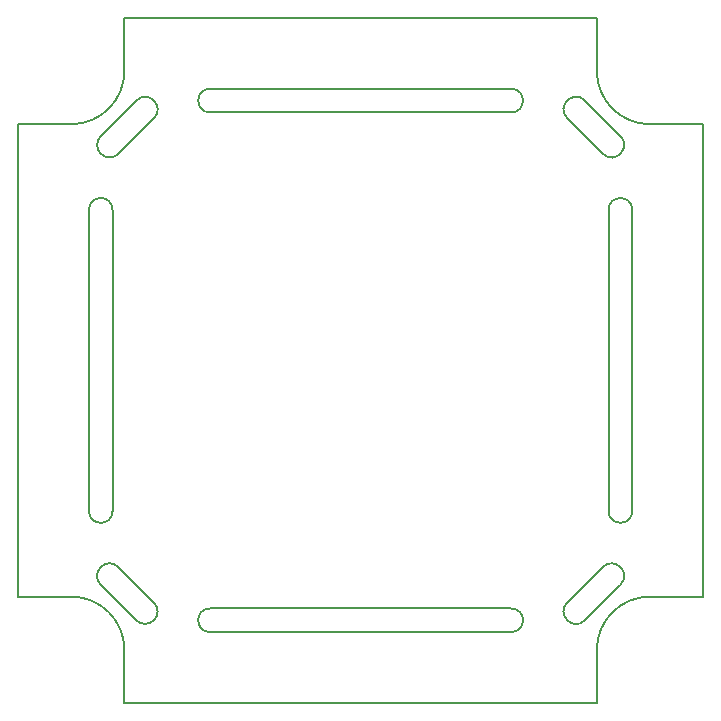
<source format=gm1>
G04 #@! TF.FileFunction,Profile,NP*
%FSLAX46Y46*%
G04 Gerber Fmt 4.6, Leading zero omitted, Abs format (unit mm)*
G04 Created by KiCad (PCBNEW 4.0.7) date Tue Jan 23 09:34:51 2018*
%MOMM*%
%LPD*%
G01*
G04 APERTURE LIST*
%ADD10C,0.100000*%
%ADD11C,0.150000*%
G04 APERTURE END LIST*
D10*
D11*
X8500000Y11500000D02*
G75*
G03X7000000Y10000000I-750000J-750000D01*
G01*
X10000000Y7000000D02*
G75*
G03X11500000Y8500000I750000J750000D01*
G01*
X10000000Y7000000D02*
X7000000Y10000000D01*
X8500000Y11500000D02*
X11500000Y8500000D01*
X48000000Y51000000D02*
G75*
G03X46500000Y49500000I-750000J-750000D01*
G01*
X49500000Y46500000D02*
G75*
G03X51000000Y48000000I750000J750000D01*
G01*
X49500000Y46500000D02*
X46500000Y49500000D01*
X48000000Y51000000D02*
X51000000Y48000000D01*
X11500000Y49500000D02*
G75*
G03X10000000Y51000000I-750000J750000D01*
G01*
X7000000Y48000000D02*
G75*
G03X8500000Y46500000I750000J-750000D01*
G01*
X7000000Y48000000D02*
X10000000Y51000000D01*
X11500000Y49500000D02*
X8500000Y46500000D01*
X51000000Y10000000D02*
G75*
G03X49500000Y11500000I-750000J750000D01*
G01*
X46500000Y8500000D02*
G75*
G03X48000000Y7000000I750000J-750000D01*
G01*
X51000000Y10000000D02*
X48000000Y7000000D01*
X46500000Y8500000D02*
X49500000Y11500000D01*
X8000000Y41750000D02*
X8000000Y16250000D01*
X6000000Y16250000D02*
X6000000Y41750000D01*
X16250000Y8000000D02*
X41750000Y8000000D01*
X41750000Y6000000D02*
X16250000Y6000000D01*
X50000000Y41750000D02*
X50000000Y16250000D01*
X52000000Y16250000D02*
X52000000Y41750000D01*
X52000000Y41750000D02*
G75*
G03X50000000Y41750000I-1000000J0D01*
G01*
X50000000Y16250000D02*
G75*
G03X52000000Y16250000I1000000J0D01*
G01*
X41750000Y6000000D02*
G75*
G03X41750000Y8000000I0J1000000D01*
G01*
X16250000Y8000000D02*
G75*
G03X16250000Y6000000I0J-1000000D01*
G01*
X6000000Y16250000D02*
G75*
G03X8000000Y16250000I1000000J0D01*
G01*
X8000000Y41750000D02*
G75*
G03X6000000Y41750000I-1000000J0D01*
G01*
X41750000Y50000000D02*
G75*
G03X41750000Y52000000I0J1000000D01*
G01*
X16250000Y52000000D02*
X41750000Y52000000D01*
X16250000Y50000000D02*
X41750000Y50000000D01*
X16250000Y52000000D02*
G75*
G03X16250000Y50000000I0J-1000000D01*
G01*
X0Y49000000D02*
X4500000Y49000000D01*
X0Y9000000D02*
X0Y49000000D01*
X4500000Y9000000D02*
X0Y9000000D01*
X9000000Y0D02*
X9000000Y4500000D01*
X49000000Y0D02*
X9000000Y0D01*
X49000000Y4500000D02*
X49000000Y0D01*
X58000000Y9000000D02*
X53500000Y9000000D01*
X58000000Y49000000D02*
X58000000Y9000000D01*
X53500000Y49000000D02*
X58000000Y49000000D01*
X49000000Y58000000D02*
X49000000Y53500000D01*
X9000000Y58000000D02*
X49000000Y58000000D01*
X9000000Y53500000D02*
X9000000Y58000000D01*
X9000000Y4500000D02*
G75*
G03X4500000Y9000000I-4500000J0D01*
G01*
X49000000Y53500000D02*
G75*
G03X53500000Y49000000I4500000J0D01*
G01*
X53500000Y9000000D02*
G75*
G03X49000000Y4500000I0J-4500000D01*
G01*
X4500000Y49000000D02*
G75*
G03X9000000Y53500000I0J4500000D01*
G01*
M02*

</source>
